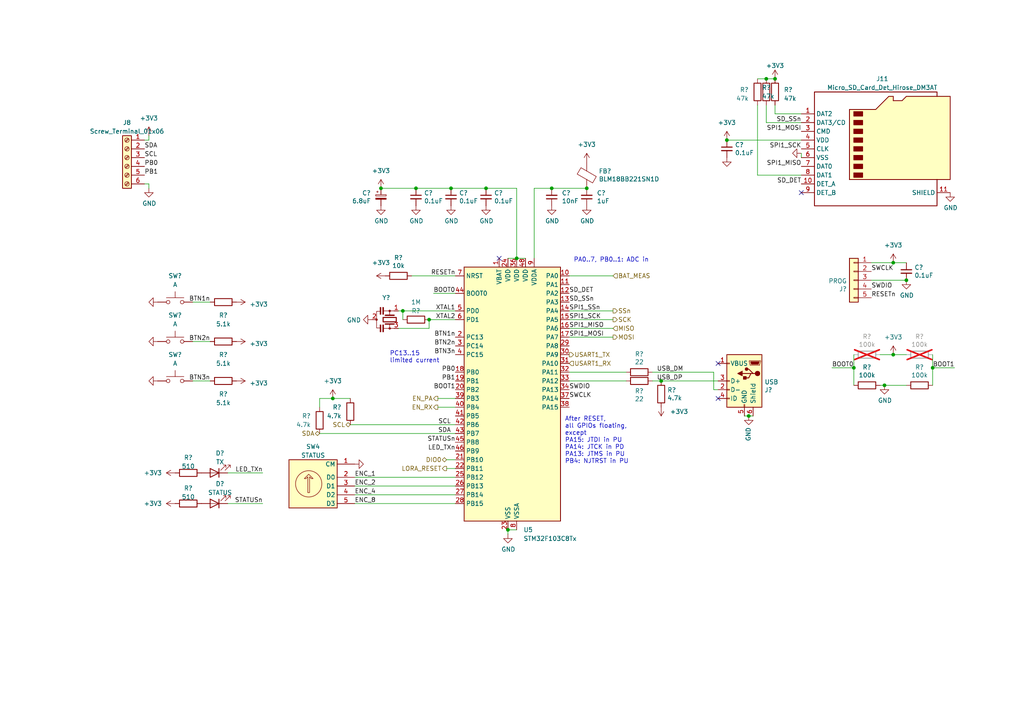
<source format=kicad_sch>
(kicad_sch (version 20230121) (generator eeschema)
  (paper "A4")
  (title_block (title "Hercules") (date "2023-07-26") (rev "0") (company "HB9EGM") (comment 1 "LoRa GNSS Tracker with PA"))
  (lib_symbols
    (symbol "Connector:Micro_SD_Card_Det_Hirose_DM3AT"
      (property "Reference" "J" (at -16.51 17.78 0))
      (property "Value" "Micro_SD_Card_Det_Hirose_DM3AT" (at 16.51 17.78 0))
      (symbol "Micro_SD_Card_Det_Hirose_DM3AT_0_1"
        (rectangle (start -7.62 -6.985) (end -5.08 -8.255) (stroke (width 0.254)) (fill (type outline)))
        (rectangle (start -7.62 -4.445) (end -5.08 -5.715) (stroke (width 0.254)) (fill (type outline)))
        (rectangle (start -7.62 -1.905) (end -5.08 -3.175) (stroke (width 0.254)) (fill (type outline)))
        (rectangle (start -7.62 0.635) (end -5.08 -0.635) (stroke (width 0.254)) (fill (type outline)))
        (rectangle (start -7.62 3.175) (end -5.08 1.905) (stroke (width 0.254)) (fill (type outline)))
        (rectangle (start -7.62 5.715) (end -5.08 4.445) (stroke (width 0.254)) (fill (type outline)))
        (rectangle (start -7.62 8.255) (end -5.08 6.985) (stroke (width 0.254)) (fill (type outline)))
        (rectangle (start -7.62 10.795) (end -5.08 9.525) (stroke (width 0.254)) (fill (type outline)))
        (polyline (pts (xy 16.51 15.24) (xy 16.51 16.51) (xy -19.05 16.51) (xy -19.05 -16.51) (xy 16.51 -16.51) (xy 16.51 -8.89)) (stroke (width 0.254)))
        (polyline (pts (xy -8.89 -8.89) (xy -8.89 11.43) (xy -1.27 11.43) (xy 2.54 15.24) (xy 3.81 15.24) (xy 3.81 13.97) (xy 6.35 13.97) (xy 7.62 15.24) (xy 20.32 15.24) (xy 20.32 -8.89) (xy -8.89 -8.89)) (stroke (width 0.254)) (fill (type background)))
      )
      (symbol "Micro_SD_Card_Det_Hirose_DM3AT_1_1"
        (pin bidirectional line (at -22.86 10.16 0) (length 3.81) (name "DAT2") (number "1"))
        (pin passive line (at -22.86 -10.16 0) (length 3.81) (name "DET_A") (number "10"))
        (pin passive line (at 20.32 -12.7 180) (length 3.81) (name "SHIELD") (number "11"))
        (pin bidirectional line (at -22.86 7.62 0) (length 3.81) (name "DAT3/CD") (number "2"))
        (pin input line (at -22.86 5.08 0) (length 3.81) (name "CMD") (number "3"))
        (pin power_in line (at -22.86 2.54 0) (length 3.81) (name "VDD") (number "4"))
        (pin input line (at -22.86 0 0) (length 3.81) (name "CLK") (number "5"))
        (pin power_in line (at -22.86 -2.54 0) (length 3.81) (name "VSS") (number "6"))
        (pin bidirectional line (at -22.86 -5.08 0) (length 3.81) (name "DAT0") (number "7"))
        (pin bidirectional line (at -22.86 -7.62 0) (length 3.81) (name "DAT1") (number "8"))
        (pin passive line (at -22.86 -12.7 0) (length 3.81) (name "DET_B") (number "9"))
      )
    )
    (symbol "Connector:Screw_Terminal_01x06" (pin_names (offset 1.016) hide)
      (property "Reference" "J" (at 0 7.62 0))
      (property "Value" "Screw_Terminal_01x06" (at 0 -10.16 0))
      (symbol "Screw_Terminal_01x06_1_1"
        (rectangle (start -1.27 6.35) (end 1.27 -8.89) (stroke (width 0.254)) (fill (type background)))
        (circle (center 0 -7.62) (radius 0.635) (stroke (width 0.1524)))
        (circle (center 0 -5.08) (radius 0.635) (stroke (width 0.1524)))
        (circle (center 0 -2.54) (radius 0.635) (stroke (width 0.1524)))
        (polyline (pts (xy -0.5334 -7.2898) (xy 0.3302 -8.128)) (stroke (width 0.1524)))
        (polyline (pts (xy -0.5334 -4.7498) (xy 0.3302 -5.588)) (stroke (width 0.1524)))
        (polyline (pts (xy -0.5334 -2.2098) (xy 0.3302 -3.048)) (stroke (width 0.1524)))
        (polyline (pts (xy -0.5334 0.3302) (xy 0.3302 -0.508)) (stroke (width 0.1524)))
        (polyline (pts (xy -0.5334 2.8702) (xy 0.3302 2.032)) (stroke (width 0.1524)))
        (polyline (pts (xy -0.5334 5.4102) (xy 0.3302 4.572)) (stroke (width 0.1524)))
        (polyline (pts (xy -0.3556 -7.112) (xy 0.508 -7.9502)) (stroke (width 0.1524)))
        (polyline (pts (xy -0.3556 -4.572) (xy 0.508 -5.4102)) (stroke (width 0.1524)))
        (polyline (pts (xy -0.3556 -2.032) (xy 0.508 -2.8702)) (stroke (width 0.1524)))
        (polyline (pts (xy -0.3556 0.508) (xy 0.508 -0.3302)) (stroke (width 0.1524)))
        (polyline (pts (xy -0.3556 3.048) (xy 0.508 2.2098)) (stroke (width 0.1524)))
        (polyline (pts (xy -0.3556 5.588) (xy 0.508 4.7498)) (stroke (width 0.1524)))
        (circle (center 0 0) (radius 0.635) (stroke (width 0.1524)))
        (circle (center 0 2.54) (radius 0.635) (stroke (width 0.1524)))
        (circle (center 0 5.08) (radius 0.635) (stroke (width 0.1524)))
        (pin passive line (at -5.08 5.08 0) (length 3.81) (name "Pin_1") (number "1"))
        (pin passive line (at -5.08 2.54 0) (length 3.81) (name "Pin_2") (number "2"))
        (pin passive line (at -5.08 0 0) (length 3.81) (name "Pin_3") (number "3"))
        (pin passive line (at -5.08 -2.54 0) (length 3.81) (name "Pin_4") (number "4"))
        (pin passive line (at -5.08 -5.08 0) (length 3.81) (name "Pin_5") (number "5"))
        (pin passive line (at -5.08 -7.62 0) (length 3.81) (name "Pin_6") (number "6"))
      )
    )
    (symbol "Connector:USB_B_Micro" (pin_names (offset 1.016))
      (property "Reference" "J" (at -5.08 11.43 0))
      (property "Value" "USB_B_Micro" (at -5.08 8.89 0))
      (symbol "USB_B_Micro_0_1"
        (rectangle (start -5.08 -7.62) (end 5.08 7.62) (stroke (width 0.254)) (fill (type background)))
        (circle (center -3.81 2.159) (radius 0.635) (stroke (width 0.254)) (fill (type outline)))
        (circle (center -0.635 3.429) (radius 0.381) (stroke (width 0.254)) (fill (type outline)))
        (rectangle (start -0.127 -7.62) (end 0.127 -6.858))
        (polyline (pts (xy -1.905 2.159) (xy 0.635 2.159)) (stroke (width 0.254)))
        (polyline (pts (xy -3.175 2.159) (xy -2.54 2.159) (xy -1.27 3.429) (xy -0.635 3.429)) (stroke (width 0.254)))
        (polyline (pts (xy -2.54 2.159) (xy -1.905 2.159) (xy -1.27 0.889) (xy 0 0.889)) (stroke (width 0.254)))
        (polyline (pts (xy 0.635 2.794) (xy 0.635 1.524) (xy 1.905 2.159) (xy 0.635 2.794)) (stroke (width 0.254)) (fill (type outline)))
        (polyline (pts (xy -4.318 5.588) (xy -1.778 5.588) (xy -2.032 4.826) (xy -4.064 4.826) (xy -4.318 5.588)) (fill (type outline)))
        (polyline (pts (xy -4.699 5.842) (xy -4.699 5.588) (xy -4.445 4.826) (xy -4.445 4.572) (xy -1.651 4.572) (xy -1.651 4.826) (xy -1.397 5.588) (xy -1.397 5.842) (xy -4.699 5.842)))
        (rectangle (start 0.254 1.27) (end -0.508 0.508) (stroke (width 0.254)) (fill (type outline)))
        (rectangle (start 5.08 -5.207) (end 4.318 -4.953))
        (rectangle (start 5.08 -2.667) (end 4.318 -2.413))
        (rectangle (start 5.08 -0.127) (end 4.318 0.127))
        (rectangle (start 5.08 4.953) (end 4.318 5.207))
      )
      (symbol "USB_B_Micro_1_1"
        (pin power_out line (at 7.62 5.08 180) (length 2.54) (name "VBUS") (number "1"))
        (pin bidirectional line (at 7.62 -2.54 180) (length 2.54) (name "D-") (number "2"))
        (pin bidirectional line (at 7.62 0 180) (length 2.54) (name "D+") (number "3"))
        (pin passive line (at 7.62 -5.08 180) (length 2.54) (name "ID") (number "4"))
        (pin power_out line (at 0 -10.16 90) (length 2.54) (name "GND") (number "5"))
        (pin passive line (at -2.54 -10.16 90) (length 2.54) (name "Shield") (number "6"))
      )
    )
    (symbol "Connector_Generic:Conn_01x05" (pin_names (offset 1.016) hide)
      (property "Reference" "J" (at 0 7.62 0))
      (property "Value" "Conn_01x05" (at 0 -7.62 0))
      (symbol "Conn_01x05_1_1"
        (rectangle (start -1.27 -4.953) (end 0 -5.207) (stroke (width 0.1524)))
        (rectangle (start -1.27 -2.413) (end 0 -2.667) (stroke (width 0.1524)))
        (rectangle (start -1.27 0.127) (end 0 -0.127) (stroke (width 0.1524)))
        (rectangle (start -1.27 2.667) (end 0 2.413) (stroke (width 0.1524)))
        (rectangle (start -1.27 5.207) (end 0 4.953) (stroke (width 0.1524)))
        (rectangle (start -1.27 6.35) (end 1.27 -6.35) (stroke (width 0.254)) (fill (type background)))
        (pin passive line (at -5.08 5.08 0) (length 3.81) (name "Pin_1") (number "1"))
        (pin passive line (at -5.08 2.54 0) (length 3.81) (name "Pin_2") (number "2"))
        (pin passive line (at -5.08 0 0) (length 3.81) (name "Pin_3") (number "3"))
        (pin passive line (at -5.08 -2.54 0) (length 3.81) (name "Pin_4") (number "4"))
        (pin passive line (at -5.08 -5.08 0) (length 3.81) (name "Pin_5") (number "5"))
      )
    )
    (symbol "Device:C_Polarized_Small" (pin_numbers hide) (pin_names (offset 0.254) hide)
      (property "Reference" "C" (at 0.254 1.778 0))
      (property "Value" "C_Polarized_Small" (at 0.254 -2.032 0))
      (symbol "C_Polarized_Small_0_1"
        (rectangle (start -1.524 -0.3048) (end 1.524 -0.6858) (fill (type outline)))
        (rectangle (start -1.524 0.6858) (end 1.524 0.3048))
        (polyline (pts (xy -1.27 1.524) (xy -0.762 1.524)))
        (polyline (pts (xy -1.016 1.27) (xy -1.016 1.778)))
      )
      (symbol "C_Polarized_Small_1_1"
        (pin passive line (at 0 2.54 270) (length 1.8542) (name "~") (number "1"))
        (pin passive line (at 0 -2.54 90) (length 1.8542) (name "~") (number "2"))
      )
    )
    (symbol "Device:C_Small" (pin_numbers hide) (pin_names (offset 0.254) hide)
      (property "Reference" "C" (at 0.254 1.778 0))
      (property "Value" "C_Small" (at 0.254 -2.032 0))
      (symbol "C_Small_0_1"
        (polyline (pts (xy -1.524 -0.508) (xy 1.524 -0.508)) (stroke (width 0.3302)))
        (polyline (pts (xy -1.524 0.508) (xy 1.524 0.508)) (stroke (width 0.3048)))
      )
      (symbol "C_Small_1_1"
        (pin passive line (at 0 2.54 270) (length 2.032) (name "~") (number "1"))
        (pin passive line (at 0 -2.54 90) (length 2.032) (name "~") (number "2"))
      )
    )
    (symbol "Device:FerriteBead" (pin_numbers hide) (pin_names (offset 0))
      (property "Reference" "FB" (at -3.81 0.635 90))
      (property "Value" "FerriteBead" (at 3.81 0 90))
      (symbol "FerriteBead_0_1"
        (polyline (pts (xy 0 -1.27) (xy 0 -1.2192)))
        (polyline (pts (xy 0 1.27) (xy 0 1.2954)))
        (polyline (pts (xy -2.7686 0.4064) (xy -1.7018 2.2606) (xy 2.7686 -0.3048) (xy 1.6764 -2.159) (xy -2.7686 0.4064)))
      )
      (symbol "FerriteBead_1_1"
        (pin passive line (at 0 3.81 270) (length 2.54) (name "~") (number "1"))
        (pin passive line (at 0 -3.81 90) (length 2.54) (name "~") (number "2"))
      )
    )
    (symbol "Device:LED" (pin_numbers hide) (pin_names (offset 1.016) hide)
      (property "Reference" "D" (at 0 2.54 0))
      (property "Value" "LED" (at 0 -2.54 0))
      (symbol "LED_0_1"
        (polyline (pts (xy -1.27 -1.27) (xy -1.27 1.27)) (stroke (width 0.254)))
        (polyline (pts (xy -1.27 0) (xy 1.27 0)))
        (polyline (pts (xy 1.27 -1.27) (xy 1.27 1.27) (xy -1.27 0) (xy 1.27 -1.27)) (stroke (width 0.254)))
        (polyline (pts (xy -3.048 -0.762) (xy -4.572 -2.286) (xy -3.81 -2.286) (xy -4.572 -2.286) (xy -4.572 -1.524)))
        (polyline (pts (xy -1.778 -0.762) (xy -3.302 -2.286) (xy -2.54 -2.286) (xy -3.302 -2.286) (xy -3.302 -1.524)))
      )
      (symbol "LED_1_1"
        (pin passive line (at -3.81 0 0) (length 2.54) (name "K") (number "1"))
        (pin passive line (at 3.81 0 180) (length 2.54) (name "A") (number "2"))
      )
    )
    (symbol "Device:R" (pin_numbers hide) (pin_names (offset 0))
      (property "Reference" "R" (at 2.032 0 90))
      (property "Value" "R" (at 0 0 90))
      (symbol "R_0_1"
        (rectangle (start -1.016 -2.54) (end 1.016 2.54) (stroke (width 0.254)))
      )
      (symbol "R_1_1"
        (pin passive line (at 0 3.81 270) (length 1.27) (name "~") (number "1"))
        (pin passive line (at 0 -3.81 90) (length 1.27) (name "~") (number "2"))
      )
    )
    (symbol "STM32F103C8Tx_1"
      (property "Reference" "U" (at -12.7 39.37 0))
      (property "Value" "STM32F103C8Tx" (at 10.16 39.37 0))
      (symbol "STM32F103C8Tx_1_0_1"
        (rectangle (start -12.7 -35.56) (end 15.24 38.1) (stroke (width 0.254)) (fill (type background)))
      )
      (symbol "STM32F103C8Tx_1_1_1"
        (pin power_in line (at -2.54 40.64 270) (length 2.54) (name "VBAT") (number "1"))
        (pin bidirectional line (at 17.78 35.56 180) (length 2.54) (name "PA0") (number "10"))
        (pin bidirectional line (at 17.78 33.02 180) (length 2.54) (name "PA1") (number "11"))
        (pin bidirectional line (at 17.78 30.48 180) (length 2.54) (name "PA2") (number "12"))
        (pin bidirectional line (at 17.78 27.94 180) (length 2.54) (name "PA3") (number "13"))
        (pin bidirectional line (at 17.78 25.4 180) (length 2.54) (name "PA4") (number "14"))
        (pin bidirectional line (at 17.78 22.86 180) (length 2.54) (name "PA5") (number "15"))
        (pin bidirectional line (at 17.78 20.32 180) (length 2.54) (name "PA6") (number "16"))
        (pin bidirectional line (at 17.78 17.78 180) (length 2.54) (name "PA7") (number "17"))
        (pin bidirectional line (at -15.24 7.62 0) (length 2.54) (name "PB0") (number "18"))
        (pin bidirectional line (at -15.24 5.08 0) (length 2.54) (name "PB1") (number "19"))
        (pin bidirectional line (at -15.24 17.78 0) (length 2.54) (name "PC13") (number "2"))
        (pin bidirectional line (at -15.24 2.54 0) (length 2.54) (name "PB2") (number "20"))
        (pin bidirectional line (at -15.24 -17.78 0) (length 2.54) (name "PB10") (number "21"))
        (pin bidirectional line (at -15.24 -20.32 0) (length 2.54) (name "PB11") (number "22"))
        (pin power_in line (at 0 -38.1 90) (length 2.54) (name "VSS") (number "23"))
        (pin power_in line (at 0 40.64 270) (length 2.54) (name "VDD") (number "24"))
        (pin bidirectional line (at -15.24 -22.86 0) (length 2.54) (name "PB12") (number "25"))
        (pin bidirectional line (at -15.24 -25.4 0) (length 2.54) (name "PB13") (number "26"))
        (pin bidirectional line (at -15.24 -27.94 0) (length 2.54) (name "PB14") (number "27"))
        (pin bidirectional line (at -15.24 -30.48 0) (length 2.54) (name "PB15") (number "28"))
        (pin bidirectional line (at 17.78 15.24 180) (length 2.54) (name "PA8") (number "29"))
        (pin bidirectional line (at -15.24 15.24 0) (length 2.54) (name "PC14") (number "3"))
        (pin bidirectional line (at 17.78 12.7 180) (length 2.54) (name "PA9") (number "30"))
        (pin bidirectional line (at 17.78 10.16 180) (length 2.54) (name "PA10") (number "31"))
        (pin bidirectional line (at 17.78 7.62 180) (length 2.54) (name "PA11") (number "32"))
        (pin bidirectional line (at 17.78 5.08 180) (length 2.54) (name "PA12") (number "33"))
        (pin bidirectional line (at 17.78 2.54 180) (length 2.54) (name "PA13") (number "34"))
        (pin passive line (at 0 -38.1 90) (length 2.54) hide (name "VSS") (number "35"))
        (pin power_in line (at 2.54 40.64 270) (length 2.54) (name "VDD") (number "36"))
        (pin bidirectional line (at 17.78 0 180) (length 2.54) (name "PA14") (number "37"))
        (pin bidirectional line (at 17.78 -2.54 180) (length 2.54) (name "PA15") (number "38"))
        (pin bidirectional line (at -15.24 0 0) (length 2.54) (name "PB3") (number "39"))
        (pin bidirectional line (at -15.24 12.7 0) (length 2.54) (name "PC15") (number "4"))
        (pin bidirectional line (at -15.24 -2.54 0) (length 2.54) (name "PB4") (number "40"))
        (pin bidirectional line (at -15.24 -5.08 0) (length 2.54) (name "PB5") (number "41"))
        (pin bidirectional line (at -15.24 -7.62 0) (length 2.54) (name "PB6") (number "42"))
        (pin bidirectional line (at -15.24 -10.16 0) (length 2.54) (name "PB7") (number "43"))
        (pin input line (at -15.24 30.48 0) (length 2.54) (name "BOOT0") (number "44"))
        (pin bidirectional line (at -15.24 -12.7 0) (length 2.54) (name "PB8") (number "45"))
        (pin bidirectional line (at -15.24 -15.24 0) (length 2.54) (name "PB9") (number "46"))
        (pin passive line (at 0 -38.1 90) (length 2.54) hide (name "VSS") (number "47"))
        (pin power_in line (at 5.08 40.64 270) (length 2.54) (name "VDD") (number "48"))
        (pin bidirectional line (at -15.24 25.4 0) (length 2.54) (name "PD0") (number "5"))
        (pin bidirectional line (at -15.24 22.86 0) (length 2.54) (name "PD1") (number "6"))
        (pin input line (at -15.24 35.56 0) (length 2.54) (name "NRST") (number "7"))
        (pin power_in line (at 2.54 -38.1 90) (length 2.54) (name "VSSA") (number "8"))
        (pin power_in line (at 7.62 40.64 270) (length 2.54) (name "VDDA") (number "9"))
      )
    )
    (symbol "Switch:SW_Coded"
      (property "Reference" "SW" (at -6.35 8.89 0))
      (property "Value" "SW_Coded" (at -6.35 -7.62 0))
      (symbol "SW_Coded_0_1"
        (circle (center -0.635 0.635) (radius 3.81))
        (polyline (pts (xy -0.889 -1.905) (xy -0.889 2.667) (xy -1.397 2.159) (xy -1.905 2.159) (xy -0.635 3.429) (xy 0.635 2.159) (xy 0.127 2.159) (xy -0.381 2.667) (xy -0.381 -1.905) (xy -0.889 -1.905) (xy -0.889 -1.905)))
        (rectangle (start 7.62 7.62) (end -6.35 -6.35) (stroke (width 0.254)) (fill (type background)))
      )
      (symbol "SW_Coded_1_1"
        (pin passive line (at 12.7 6.35 180) (length 5.08) (name "CM") (number "1"))
        (pin passive line (at 12.7 2.54 180) (length 5.08) (name "D0") (number "2"))
        (pin passive line (at 12.7 0 180) (length 5.08) (name "D1") (number "3"))
        (pin passive line (at 12.7 -2.54 180) (length 5.08) (name "D2") (number "4"))
        (pin passive line (at 12.7 -5.08 180) (length 5.08) (name "D3") (number "5"))
      )
    )
    (symbol "Switch:SW_Push" (pin_numbers hide) (pin_names (offset 1.016) hide)
      (property "Reference" "SW" (at 1.27 2.54 0))
      (property "Value" "SW_Push" (at 0 -1.524 0))
      (symbol "SW_Push_0_1"
        (circle (center -2.032 0) (radius 0.508))
        (polyline (pts (xy 0 1.27) (xy 0 3.048)))
        (polyline (pts (xy 2.54 1.27) (xy -2.54 1.27)))
        (circle (center 2.032 0) (radius 0.508))
        (pin passive line (at -5.08 0 0) (length 2.54) (name "1") (number "1"))
        (pin passive line (at 5.08 0 180) (length 2.54) (name "2") (number "2"))
      )
    )
    (symbol "mpb:CSTNE16M0V530000R0" (pin_names (offset 1.016) hide)
      (property "Reference" "Y" (at 3.175 1.905 0))
      (property "Value" "CSTNE16M0V530000R0" (at 3.175 0 0))
      (symbol "CSTNE16M0V530000R0_0_1"
        (rectangle (start -3.556 -2.54) (end -1.524 -2.794) (fill (type outline)))
        (rectangle (start -3.556 -1.778) (end -1.524 -2.032) (fill (type outline)))
        (circle (center -2.54 0) (radius 0.254) (fill (type outline)))
        (rectangle (start -0.635 1.905) (end 0.635 -1.905) (stroke (width 0.3048)))
        (circle (center 0 -3.81) (radius 0.254) (fill (type outline)))
        (polyline (pts (xy -2.54 -1.778) (xy -2.54 0)))
        (polyline (pts (xy -2.54 0) (xy -1.397 0)))
        (polyline (pts (xy -2.54 1.27) (xy -2.54 0)))
        (polyline (pts (xy -1.27 -1.27) (xy -1.27 1.27)) (stroke (width 0.381)))
        (polyline (pts (xy 1.27 -1.27) (xy 1.27 1.27)) (stroke (width 0.381)))
        (polyline (pts (xy 1.27 0) (xy 2.54 0)))
        (polyline (pts (xy 2.54 0) (xy 2.54 -1.778)))
        (polyline (pts (xy 2.54 1.27) (xy 2.54 0)))
        (polyline (pts (xy 2.413 -2.794) (xy 2.413 -3.81) (xy -2.413 -3.81) (xy -2.413 -2.667)))
        (rectangle (start 1.524 -2.54) (end 3.556 -2.794) (fill (type outline)))
        (rectangle (start 1.524 -1.778) (end 3.556 -2.032) (fill (type outline)))
        (circle (center 2.54 0) (radius 0.254) (fill (type outline)))
      )
      (symbol "CSTNE16M0V530000R0_1_1"
        (pin passive line (at -2.54 2.54 270) (length 1.27) (name "1") (number "1"))
        (pin passive line (at 0 -5.08 90) (length 1.27) (name "2") (number "2"))
        (pin passive line (at 2.54 2.54 270) (length 1.27) (name "3") (number "3"))
      )
    )
    (symbol "power:+3V3" (power) (pin_names (offset 0))
      (property "Value" "+3V3" (at 0 3.556 0))
      (symbol "+3V3_0_1"
        (polyline (pts (xy -0.762 1.27) (xy 0 2.54)))
        (polyline (pts (xy 0 0) (xy 0 2.54)))
        (polyline (pts (xy 0 2.54) (xy 0.762 1.27)))
      )
      (symbol "+3V3_1_1"
        (pin power_in line (at 0 0 90) (length 0) hide (name "+3V3") (number "1"))
      )
    )
    (symbol "power:GND" (power) (pin_names (offset 0))
      (property "Value" "GND" (at 0 -3.81 0))
      (symbol "GND_0_1"
        (polyline (pts (xy 0 0) (xy 0 -1.27) (xy 1.27 -1.27) (xy 0 -2.54) (xy -1.27 -1.27) (xy 0 -1.27)))
      )
      (symbol "GND_1_1"
        (pin power_in line (at 0 0 270) (length 0) hide (name "GND") (number "1"))
      )
    )
  )
  (junction (at 224.79 22.86))
  (junction (at 222.25 22.86))
  (junction (at 116.84 90.17))
  (junction (at 140.97 54.61))
  (junction (at 160.02 54.61))
  (junction (at 96.52 115.57))
  (junction (at 262.89 81.28))
  (junction (at 247.65 106.68))
  (junction (at 191.77 110.49))
  (junction (at 210.82 40.64))
  (junction (at 217.17 120.65))
  (junction (at 130.81 54.61))
  (junction (at 256.54 111.76))
  (junction (at 147.32 153.67))
  (junction (at 120.65 54.61))
  (junction (at 110.49 54.61))
  (junction (at 259.08 76.2))
  (junction (at 149.86 74.93))
  (junction (at 170.18 54.61))
  (junction (at 270.51 106.68))
  (junction (at 259.08 102.87))
  (junction (at 124.46 92.71))
  (no_connect (at 208.28 105.41))
  (no_connect (at 208.28 115.57))
  (no_connect (at 144.78 74.93))
  (no_connect (at 232.41 55.88))
  (wire (pts (xy 165.1 92.71) (xy 177.8 92.71)))
  (wire (pts (xy 110.49 54.61) (xy 120.65 54.61)))
  (wire (pts (xy 66.04 137.16) (xy 76.2 137.16)))
  (wire (pts (xy 270.51 102.87) (xy 270.51 106.68)))
  (wire (pts (xy 119.38 80.01) (xy 132.08 80.01)))
  (wire (pts (xy 232.41 44.45) (xy 232.41 45.72)))
  (wire (pts (xy 147.32 154.94) (xy 147.32 153.67)))
  (wire (pts (xy 154.94 54.61) (xy 160.02 54.61)))
  (wire (pts (xy 116.84 90.17) (xy 115.57 90.17)))
  (wire (pts (xy 256.54 111.76) (xy 262.89 111.76)))
  (wire (pts (xy 132.08 90.17) (xy 116.84 90.17)))
  (wire (pts (xy 219.71 30.48) (xy 219.71 50.8)))
  (wire (pts (xy 219.71 22.86) (xy 222.25 22.86)))
  (wire (pts (xy 102.87 138.43) (xy 132.08 138.43)))
  (wire (pts (xy 124.46 95.25) (xy 115.57 95.25)))
  (wire (pts (xy 129.54 133.35) (xy 132.08 133.35)))
  (wire (pts (xy 154.94 54.61) (xy 154.94 74.93)))
  (wire (pts (xy 92.71 118.11) (xy 92.71 115.57)))
  (wire (pts (xy 252.73 81.28) (xy 262.89 81.28)))
  (wire (pts (xy 259.08 102.87) (xy 262.89 102.87)))
  (wire (pts (xy 270.51 106.68) (xy 270.51 111.76)))
  (wire (pts (xy 189.23 110.49) (xy 191.77 110.49)))
  (wire (pts (xy 92.71 125.73) (xy 132.08 125.73)))
  (wire (pts (xy 55.88 110.49) (xy 60.96 110.49)))
  (wire (pts (xy 43.18 40.64) (xy 43.18 39.37)))
  (wire (pts (xy 247.65 102.87) (xy 247.65 106.68)))
  (wire (pts (xy 129.54 135.89) (xy 132.08 135.89)))
  (wire (pts (xy 222.25 22.86) (xy 224.79 22.86)))
  (wire (pts (xy 124.46 95.25) (xy 124.46 92.71)))
  (wire (pts (xy 241.3 106.68) (xy 247.65 106.68)))
  (wire (pts (xy 125.73 85.09) (xy 132.08 85.09)))
  (wire (pts (xy 152.4 74.93) (xy 149.86 74.93)))
  (wire (pts (xy 66.04 146.05) (xy 76.2 146.05)))
  (wire (pts (xy 130.81 54.61) (xy 140.97 54.61)))
  (wire (pts (xy 124.46 92.71) (xy 132.08 92.71)))
  (wire (pts (xy 255.27 102.87) (xy 259.08 102.87)))
  (wire (pts (xy 165.1 97.79) (xy 177.8 97.79)))
  (wire (pts (xy 43.18 53.34) (xy 41.91 53.34)))
  (wire (pts (xy 255.27 111.76) (xy 256.54 111.76)))
  (wire (pts (xy 247.65 106.68) (xy 247.65 111.76)))
  (wire (pts (xy 147.32 153.67) (xy 149.86 153.67)))
  (wire (pts (xy 127 118.11) (xy 132.08 118.11)))
  (wire (pts (xy 207.01 113.03) (xy 207.01 107.95)))
  (wire (pts (xy 218.44 120.65) (xy 217.17 120.65)))
  (wire (pts (xy 259.08 76.2) (xy 262.89 76.2)))
  (wire (pts (xy 102.87 146.05) (xy 132.08 146.05)))
  (wire (pts (xy 222.25 35.56) (xy 232.41 35.56)))
  (wire (pts (xy 149.86 54.61) (xy 149.86 74.93)))
  (wire (pts (xy 219.71 50.8) (xy 232.41 50.8)))
  (wire (pts (xy 270.51 106.68) (xy 276.86 106.68)))
  (wire (pts (xy 165.1 90.17) (xy 177.8 90.17)))
  (wire (pts (xy 140.97 54.61) (xy 149.86 54.61)))
  (wire (pts (xy 191.77 110.49) (xy 208.28 110.49)))
  (wire (pts (xy 43.18 54.61) (xy 43.18 53.34)))
  (wire (pts (xy 127 115.57) (xy 132.08 115.57)))
  (wire (pts (xy 224.79 33.02) (xy 224.79 30.48)))
  (wire (pts (xy 222.25 30.48) (xy 222.25 35.56)))
  (wire (pts (xy 120.65 54.61) (xy 130.81 54.61)))
  (wire (pts (xy 102.87 140.97) (xy 132.08 140.97)))
  (wire (pts (xy 92.71 115.57) (xy 96.52 115.57)))
  (wire (pts (xy 252.73 76.2) (xy 259.08 76.2)))
  (wire (pts (xy 165.1 95.25) (xy 177.8 95.25)))
  (wire (pts (xy 232.41 33.02) (xy 224.79 33.02)))
  (wire (pts (xy 116.84 92.71) (xy 116.84 90.17)))
  (wire (pts (xy 215.9 120.65) (xy 217.17 120.65)))
  (wire (pts (xy 55.88 87.63) (xy 60.96 87.63)))
  (wire (pts (xy 101.6 123.19) (xy 132.08 123.19)))
  (wire (pts (xy 210.82 40.64) (xy 232.41 40.64)))
  (wire (pts (xy 165.1 107.95) (xy 181.61 107.95)))
  (wire (pts (xy 41.91 40.64) (xy 43.18 40.64)))
  (wire (pts (xy 165.1 110.49) (xy 181.61 110.49)))
  (wire (pts (xy 55.88 99.06) (xy 60.96 99.06)))
  (wire (pts (xy 207.01 107.95) (xy 189.23 107.95)))
  (wire (pts (xy 149.86 74.93) (xy 147.32 74.93)))
  (wire (pts (xy 96.52 115.57) (xy 101.6 115.57)))
  (wire (pts (xy 160.02 54.61) (xy 170.18 54.61)))
  (wire (pts (xy 177.8 80.01) (xy 165.1 80.01)))
  (wire (pts (xy 207.01 113.03) (xy 208.28 113.03)))
  (wire (pts (xy 102.87 143.51) (xy 132.08 143.51)))
  (text "PA0..7, PB0..1: ADC in" (at 166.37 76.2 0) (effects (font (size 1.27 1.27)) (justify left bottom)))
  (text "PC13..15\nlimited current" (at 113.03 105.41 0) (effects (font (size 1.27 1.27)) (justify left bottom)))
  (text "After RESET,\nall GPIOs floating,\nexcept\nPA15: JTDI in PU\nPA14: JTCK in PD\nPA13: JTMS in PU\nPB4: NJTRST in PU" (at 163.83 134.62 0) (effects (font (size 1.27 1.27)) (justify left bottom)))
  (label "BTN1n" (at 132.08 97.79 180))
  (label "SD_SSn" (at 165.1 87.63 0))
  (label "SDA" (at 130.81 125.73 180))
  (label "BOOT1" (at 132.08 113.03 180))
  (label "BTN2n" (at 60.96 99.06 180))
  (label "BTN2n" (at 132.08 100.33 180))
  (label "STATUSn" (at 132.08 128.27 180))
  (label "PB1" (at 41.91 50.8 0))
  (label "SD_DET" (at 232.41 53.34 180))
  (label "SPI1_MISO" (at 165.1 95.25 0))
  (label "SCL" (at 130.81 123.19 180))
  (label "ENC_2" (at 102.87 140.97 0))
  (label "SWDIO" (at 252.73 83.82 0))
  (label "XTAL2" (at 132.08 92.71 180))
  (label "LED_TXn" (at 132.08 130.81 180))
  (label "BOOT0" (at 125.73 85.09 0))
  (label "BTN3n" (at 60.96 110.49 180))
  (label "SD_DET" (at 165.1 85.09 0))
  (label "SWDIO" (at 165.1 113.03 0))
  (label "SCL" (at 41.91 45.72 0))
  (label "USB_DM" (at 190.5 107.95 0))
  (label "SWCLK" (at 252.73 78.74 0))
  (label "PB0" (at 132.08 107.95 180))
  (label "SWCLK" (at 165.1 115.57 0))
  (label "ENC_8" (at 102.87 146.05 0))
  (label "SD_SSn" (at 232.41 35.56 180))
  (label "SPI1_MOSI" (at 165.1 97.79 0))
  (label "PB1" (at 132.08 110.49 180))
  (label "RESETn" (at 252.73 86.36 0))
  (label "SPI1_SSn" (at 165.1 90.17 0))
  (label "PB0" (at 41.91 48.26 0))
  (label "BOOT1" (at 276.86 106.68 180))
  (label "SPI1_SCK" (at 232.41 43.18 180))
  (label "LED_TXn" (at 76.2 137.16 180))
  (label "ENC_1" (at 102.87 138.43 0))
  (label "STATUSn" (at 76.2 146.05 180))
  (label "BOOT0" (at 241.3 106.68 0))
  (label "SPI1_SCK" (at 165.1 92.71 0))
  (label "BTN1n" (at 60.96 87.63 180))
  (label "ENC_4" (at 102.87 143.51 0))
  (label "BTN3n" (at 132.08 102.87 180))
  (label "USB_DP" (at 190.5 110.49 0))
  (label "SDA" (at 41.91 43.18 0))
  (label "SPI1_MISO" (at 232.41 48.26 180))
  (label "SPI1_MOSI" (at 232.41 38.1 180))
  (label "XTAL1" (at 132.08 90.17 180))
  (label "RESETn" (at 132.08 80.01 180))
  (hierarchical_label "USART1_RX" (shape input) (at 165.1 105.41 0))
  (hierarchical_label "SSn" (shape output) (at 177.8 90.17 0))
  (hierarchical_label "SCK" (shape output) (at 177.8 92.71 0))
  (hierarchical_label "LORA_RESET" (shape output) (at 129.54 135.89 180))
  (hierarchical_label "EN_PA" (shape output) (at 127 115.57 180))
  (hierarchical_label "MOSI" (shape output) (at 177.8 97.79 0))
  (hierarchical_label "MISO" (shape input) (at 177.8 95.25 0))
  (hierarchical_label "BAT_MEAS" (shape input) (at 177.8 80.01 0))
  (hierarchical_label "USART1_TX" (shape output) (at 165.1 102.87 0))
  (hierarchical_label "DIO0" (shape bidirectional) (at 129.54 133.35 180))
  (hierarchical_label "SDA" (shape bidirectional) (at 92.71 125.73 180))
  (hierarchical_label "SCL" (shape bidirectional) (at 101.6 123.19 180))
  (hierarchical_label "EN_RX" (shape output) (at 127 118.11 180))
  (symbol (lib_id "power:+3V3") (at 96.52 115.57 0) (unit 1)
    (property "Reference" "#PWR?" (effects hide))
    (property "Value" "+3V3" (at 96.52 110.49 0))
    (instances (project "kicad-dart-70" (path "" (reference "#PWR?") (unit 1))) (project "tracker-kicad" (path "" (reference "#PWR058") (unit 1))))
  )
  (symbol (lib_id "Switch:SW_Push") (at 50.8 110.49 0) (unit 1)
    (property "Reference" "SW?" (at 50.8 102.87 0))
    (property "Value" "A" (at 50.8 105.41 0))
    (property "Footprint" "Button_Switch_THT:SW_PUSH_6mm" (effects hide))
    (property "MPN" "FSM8JH" (effects hide))
    (property "Need_order" "0" (effects hide))
    (instances (project "kicad-dart-70" (path "" (reference "SW?") (unit 1))) (project "tracker-kicad" (path "" (reference "SW3") (unit 1))))
  )
  (symbol (lib_id "Device:C_Small") (at 120.65 57.15 0) (unit 1)
    (property "Reference" "C?" (at 122.9868 55.9816 0) (effects (justify left)))
    (property "Value" "0.1uF" (at 122.9868 58.293 0) (effects (justify left)))
    (property "Footprint" "Capacitor_SMD:C_0603_1608Metric_Pad1.08x0.95mm_HandSolder" (effects hide))
    (property "MPN" "GRM188R71H104KA93D" (effects hide))
    (property "Need_order" "0" (effects hide))
    (instances (project "kicad-dart-70" (path "" (reference "C?") (unit 1))) (project "tracker-kicad" (path "" (reference "C29") (unit 1))))
  )
  (symbol (lib_id "power:GND") (at 232.41 44.45 270) (unit 1)
    (property "Reference" "#PWR?" (effects hide))
    (property "Value" "GND" (effects hide))
    (instances (project "kicad-dart-70" (path "" (reference "#PWR?") (unit 1))) (project "tracker-kicad" (path "" (reference "#PWR075") (unit 1))))
  )
  (symbol (lib_id "Device:R") (at 92.71 121.92 0) (unit 1)
    (property "Reference" "R?" (at 90.17 120.6499 0) (effects (justify right)))
    (property "Value" "4.7k" (at 90.17 123.1899 0) (effects (justify right)))
    (property "Footprint" "Resistor_SMD:R_0603_1608Metric_Pad0.98x0.95mm_HandSolder" (effects hide))
    (property "Need_order" "0" (effects hide))
    (instances (project "kicad-dart-70" (path "" (reference "R?") (unit 1))) (project "tracker-kicad" (path "" (reference "R31") (unit 1))))
  )
  (symbol (lib_id "Device:R") (at 185.42 110.49 270) (unit 1)
    (property "Reference" "R?" (at 185.42 113.411 90))
    (property "Value" "22" (at 185.42 115.7224 90))
    (property "Footprint" "Resistor_SMD:R_0603_1608Metric_Pad0.98x0.95mm_HandSolder" (effects hide))
    (property "Need_order" "0" (effects hide))
    (instances (project "kicad-dart-70" (path "" (reference "R?") (unit 1))) (project "tracker-kicad" (path "" (reference "R36") (unit 1))))
  )
  (symbol (lib_id "power:+3V3") (at 68.58 87.63 270) (unit 1)
    (property "Reference" "#PWR?" (effects hide))
    (property "Value" "+3V3" (at 72.39 88.265 90) (effects (justify left)))
    (instances (project "kicad-dart-70" (path "" (reference "#PWR?") (unit 1))) (project "tracker-kicad" (path "" (reference "#PWR055") (unit 1))))
  )
  (symbol (lib_id "Device:C_Polarized_Small") (at 110.49 57.15 0) (unit 1)
    (property "Reference" "C?" (at 107.5944 55.9816 0) (effects (justify right)))
    (property "Value" "6.8uF" (at 107.5944 58.293 0) (effects (justify right)))
    (property "Footprint" "Capacitor_SMD:C_1210_3225Metric_Pad1.33x2.70mm_HandSolder" (effects hide))
    (property "MPN" "stash tantalum" (effects hide))
    (property "Need_order" "0" (effects hide))
    (instances (project "kicad-dart-70" (path "" (reference "C?") (unit 1))) (project "tracker-kicad" (path "" (reference "C28") (unit 1))))
  )
  (symbol (lib_id "power:GND") (at 160.02 59.69 0) (unit 1)
    (property "Reference" "#PWR?" (effects hide))
    (property "Value" "GND" (at 160.147 64.0842 0))
    (instances (project "kicad-dart-70" (path "" (reference "#PWR?") (unit 1))) (project "tracker-kicad" (path "" (reference "#PWR068") (unit 1))))
  )
  (symbol (lib_id "power:GND") (at 256.54 111.76 0) (unit 1)
    (property "Reference" "#PWR?" (effects hide))
    (property "Value" "GND" (at 256.667 116.1542 0))
    (instances (project "kicad-dart-70" (path "" (reference "#PWR?") (unit 1))) (project "tracker-kicad" (path "" (reference "#PWR076") (unit 1))))
  )
  (symbol (lib_id "Connector:Screw_Terminal_01x06") (at 36.83 45.72 0) (mirror y) (unit 1)
    (property "Reference" "J8" (at 36.83 35.56 0))
    (property "Value" "Screw_Terminal_01x06" (at 36.83 38.1 0))
    (property "Footprint" "Connector_PinHeader_2.54mm:PinHeader_1x06_P2.54mm_Vertical" (effects hide))
  )
  (symbol (lib_id "Device:R") (at 266.7 102.87 90) (unit 1) (dnp yes)
    (property "Reference" "R?" (at 266.7 97.6122 90))
    (property "Value" "100k" (at 266.7 99.9236 90))
    (property "Footprint" "Resistor_SMD:R_0603_1608Metric_Pad0.98x0.95mm_HandSolder" (effects hide))
    (property "Need_order" "0" (effects hide))
    (instances (project "kicad-dart-70" (path "" (reference "R?") (unit 1))) (project "tracker-kicad" (path "" (reference "R43") (unit 1))))
  )
  (symbol (lib_id "power:+3V3") (at 111.76 80.01 90) (unit 1)
    (property "Reference" "#PWR?" (effects hide))
    (property "Value" "+3V3" (at 110.49 76.2 90))
    (instances (project "kicad-dart-70" (path "" (reference "#PWR?") (unit 1))) (project "tracker-kicad" (path "" (reference "#PWR063") (unit 1))))
  )
  (symbol (lib_id "Device:C_Small") (at 170.18 57.15 180) (unit 1)
    (property "Reference" "C?" (at 173.101 55.9816 0) (effects (justify right)))
    (property "Value" "1uF" (at 173.101 58.293 0) (effects (justify right)))
    (property "Footprint" "Capacitor_SMD:C_0805_2012Metric_Pad1.18x1.45mm_HandSolder" (effects hide))
    (property "MPN" "08055C105JAT2A" (effects hide))
    (property "Need_order" "0" (effects hide))
    (instances (project "kicad-dart-70" (path "" (reference "C?") (unit 1))) (project "tracker-kicad" (path "" (reference "C33") (unit 1))))
  )
  (symbol (lib_id "Switch:SW_Coded") (at 90.17 140.97 0) (unit 1)
    (property "Reference" "SW4" (at 90.805 129.54 0))
    (property "Value" "STATUS" (at 90.805 132.08 0))
    (property "Footprint" "mpb:Series_221AM_RotaryDIPSwitch" (effects hide))
    (property "Datasheet" "/home/bram/Sync/Doc/Datasheet/221AMC rotary dip switch.pdf" (effects hide))
    (property "MPN" "221AMC10R " (effects hide))
    (property "Need_order" "1" (effects hide))
  )
  (symbol (lib_id "Device:R") (at 222.25 26.67 180) (unit 1)
    (property "Reference" "R?" (at 220.98 25.4 0) (effects (justify right)))
    (property "Value" "47k" (at 220.98 27.94 0) (effects (justify right)))
    (property "Footprint" "Resistor_SMD:R_0603_1608Metric_Pad0.98x0.95mm_HandSolder" (effects hide))
    (property "Need_order" "0" (effects hide))
    (instances (project "kicad-dart-70" (path "" (reference "R?") (unit 1))) (project "tracker-kicad" (path "" (reference "R39") (unit 1))))
  )
  (symbol (lib_id "power:GND") (at 147.32 154.94 0) (unit 1)
    (property "Reference" "#PWR?" (effects hide))
    (property "Value" "GND" (at 147.447 159.3342 0))
    (instances (project "kicad-dart-70" (path "" (reference "#PWR?") (unit 1))) (project "tracker-kicad" (path "" (reference "#PWR067") (unit 1))))
  )
  (symbol (lib_id "Device:R") (at 64.77 87.63 90) (unit 1)
    (property "Reference" "R?" (at 64.77 91.44 90))
    (property "Value" "5.1k" (at 64.77 93.98 90))
    (property "Footprint" "Resistor_SMD:R_0603_1608Metric_Pad0.98x0.95mm_HandSolder" (effects hide))
    (property "Need_order" "0" (effects hide))
    (instances (project "kicad-dart-70" (path "" (reference "R?") (unit 1))) (project "tracker-kicad" (path "" (reference "R28") (unit 1))))
  )
  (symbol (lib_id "power:GND") (at 45.72 87.63 270) (unit 1)
    (property "Reference" "#PWR?" (effects hide))
    (property "Value" "GND" (effects hide))
    (instances (project "kicad-dart-70" (path "" (reference "#PWR?") (unit 1))) (project "tracker-kicad" (path "" (reference "#PWR050") (unit 1))))
  )
  (symbol (lib_id "power:+3V3") (at 110.49 54.61 0) (unit 1)
    (property "Reference" "#PWR?" (effects hide))
    (property "Value" "+3V3" (at 110.49 49.53 0))
    (instances (project "kicad-dart-70" (path "" (reference "#PWR?") (unit 1))) (project "tracker-kicad" (path "" (reference "#PWR061") (unit 1))))
  )
  (symbol (lib_id "Device:R") (at 64.77 110.49 90) (unit 1)
    (property "Reference" "R?" (at 64.77 114.3 90))
    (property "Value" "5.1k" (at 64.77 116.84 90))
    (property "Footprint" "Resistor_SMD:R_0603_1608Metric_Pad0.98x0.95mm_HandSolder" (effects hide))
    (property "Need_order" "0" (effects hide))
    (instances (project "kicad-dart-70" (path "" (reference "R?") (unit 1))) (project "tracker-kicad" (path "" (reference "R30") (unit 1))))
  )
  (symbol (lib_id "Device:R") (at 101.6 119.38 0) (unit 1)
    (property "Reference" "R?" (at 99.06 118.1099 0) (effects (justify right)))
    (property "Value" "4.7k" (at 99.06 120.6499 0) (effects (justify right)))
    (property "Footprint" "Resistor_SMD:R_0603_1608Metric_Pad0.98x0.95mm_HandSolder" (effects hide))
    (property "Need_order" "0" (effects hide))
    (instances (project "kicad-dart-70" (path "" (reference "R?") (unit 1))) (project "tracker-kicad" (path "" (reference "R32") (unit 1))))
  )
  (symbol (lib_id "Device:C_Small") (at 160.02 57.15 180) (unit 1)
    (property "Reference" "C?" (at 162.941 55.9816 0) (effects (justify right)))
    (property "Value" "10nF" (at 162.941 58.293 0) (effects (justify right)))
    (property "Footprint" "Capacitor_SMD:C_0805_2012Metric_Pad1.18x1.45mm_HandSolder" (effects hide))
    (property "MPN" "VJ0805A103KXJTBC" (effects hide))
    (property "Need_order" "0" (effects hide))
    (instances (project "kicad-dart-70" (path "" (reference "C?") (unit 1))) (project "tracker-kicad" (path "" (reference "C32") (unit 1))))
  )
  (symbol (lib_id "power:GND") (at 262.89 81.28 0) (unit 1)
    (property "Reference" "#PWR?" (effects hide))
    (property "Value" "GND" (at 263.017 85.6742 0))
    (instances (project "kicad-dart-70" (path "" (reference "#PWR?") (unit 1))) (project "tracker-kicad" (path "" (reference "#PWR079") (unit 1))))
  )
  (symbol (lib_id "power:+3V3") (at 224.79 22.86 0) (unit 1)
    (property "Reference" "#PWR?" (effects hide))
    (property "Value" "+3V3" (at 224.79 19.05 0))
    (instances (project "kicad-dart-70" (path "" (reference "#PWR?") (unit 1))) (project "tracker-kicad" (path "" (reference "#PWR073") (unit 1))))
  )
  (symbol (lib_name "STM32F103C8Tx_1") (lib_id "MCU_ST_STM32F1:STM32F103C8Tx") (at 147.32 115.57 0) (unit 1)
    (property "Reference" "U5" (at 151.8159 153.67 0) (effects (justify left)))
    (property "Value" "STM32F103C8Tx" (at 151.8159 156.21 0) (effects (justify left)))
    (property "Footprint" "Package_QFP:LQFP-48_7x7mm_P0.5mm" (effects hide))
    (property "Datasheet" "https://www.st.com/resource/en/datasheet/stm32f103c8.pdf" (effects hide))
  )
  (symbol (lib_id "Device:C_Small") (at 262.89 78.74 0) (unit 1)
    (property "Reference" "C?" (at 265.2268 77.5716 0) (effects (justify left)))
    (property "Value" "0.1uF" (at 265.2268 79.883 0) (effects (justify left)))
    (property "Footprint" "Capacitor_SMD:C_0603_1608Metric_Pad1.08x0.95mm_HandSolder" (effects hide))
    (property "MPN" "GRM188R71H104KA93D" (effects hide))
    (property "Need_order" "0" (effects hide))
    (instances (project "kicad-dart-70" (path "" (reference "C?") (unit 1))) (project "tracker-kicad" (path "" (reference "C34") (unit 1))))
  )
  (symbol (lib_id "Switch:SW_Push") (at 50.8 99.06 0) (unit 1)
    (property "Reference" "SW?" (at 50.8 91.44 0))
    (property "Value" "A" (at 50.8 93.98 0))
    (property "Footprint" "Button_Switch_THT:SW_PUSH_6mm" (effects hide))
    (property "MPN" "FSM8JH" (effects hide))
    (property "Need_order" "0" (effects hide))
    (instances (project "kicad-dart-70" (path "" (reference "SW?") (unit 1))) (project "tracker-kicad" (path "" (reference "SW2") (unit 1))))
  )
  (symbol (lib_id "Device:R") (at 219.71 26.67 180) (unit 1)
    (property "Reference" "R?" (at 217.17 26.035 0) (effects (justify left)))
    (property "Value" "47k" (at 217.17 28.575 0) (effects (justify left)))
    (property "Footprint" "Resistor_SMD:R_0603_1608Metric_Pad0.98x0.95mm_HandSolder" (effects hide))
    (property "Need_order" "0" (effects hide))
    (instances (project "kicad-dart-70" (path "" (reference "R?") (unit 1))) (project "tracker-kicad" (path "" (reference "R38") (unit 1))))
  )
  (symbol (lib_id "power:+3V3") (at 259.08 102.87 0) (unit 1)
    (property "Reference" "#PWR?" (effects hide))
    (property "Value" "+3V3" (at 259.08 97.79 0))
    (instances (project "kicad-dart-70" (path "" (reference "#PWR?") (unit 1))) (project "tracker-kicad" (path "" (reference "#PWR078") (unit 1))))
  )
  (symbol (lib_id "power:+3V3") (at 68.58 110.49 270) (unit 1)
    (property "Reference" "#PWR?" (effects hide))
    (property "Value" "+3V3" (at 72.39 111.125 90) (effects (justify left)))
    (instances (project "kicad-dart-70" (path "" (reference "#PWR?") (unit 1))) (project "tracker-kicad" (path "" (reference "#PWR057") (unit 1))))
  )
  (symbol (lib_id "power:+3V3") (at 170.18 46.99 0) (unit 1)
    (property "Reference" "#PWR?" (effects hide))
    (property "Value" "+3V3" (at 170.18 41.91 0))
    (instances (project "kicad-dart-70" (path "" (reference "#PWR?") (unit 1))) (project "tracker-kicad" (path "" (reference "#PWR069") (unit 1))))
  )
  (symbol (lib_id "power:GND") (at 217.17 120.65 0) (mirror y) (unit 1)
    (property "Reference" "#PWR?" (effects hide))
    (property "Value" "GND" (at 217.043 123.9012 90) (effects (justify right)))
    (instances (project "kicad-dart-70" (path "" (reference "#PWR?") (unit 1))) (project "tracker-kicad" (path "" (reference "#PWR072") (unit 1))))
  )
  (symbol (lib_id "Device:R") (at 191.77 114.3 180) (unit 1)
    (property "Reference" "R?" (at 193.548 113.1316 0) (effects (justify right)))
    (property "Value" "4.7k" (at 193.548 115.443 0) (effects (justify right)))
    (property "Footprint" "Resistor_SMD:R_0603_1608Metric_Pad0.98x0.95mm_HandSolder" (effects hide))
    (property "Need_order" "0" (effects hide))
    (instances (project "kicad-dart-70" (path "" (reference "R?") (unit 1))) (project "tracker-kicad" (path "" (reference "R37") (unit 1))))
  )
  (symbol (lib_id "Device:R") (at 251.46 102.87 270) (unit 1) (dnp yes)
    (property "Reference" "R?" (at 251.46 97.6122 90))
    (property "Value" "100k" (at 251.46 99.9236 90))
    (property "Footprint" "Resistor_SMD:R_0603_1608Metric_Pad0.98x0.95mm_HandSolder" (effects hide))
    (property "Need_order" "0" (effects hide))
    (instances (project "kicad-dart-70" (path "" (reference "R?") (unit 1))) (project "tracker-kicad" (path "" (reference "R41") (unit 1))))
  )
  (symbol (lib_id "power:GND") (at 45.72 99.06 270) (unit 1)
    (property "Reference" "#PWR?" (effects hide))
    (property "Value" "GND" (effects hide))
    (instances (project "kicad-dart-70" (path "" (reference "#PWR?") (unit 1))) (project "tracker-kicad" (path "" (reference "#PWR051") (unit 1))))
  )
  (symbol (lib_id "Device:LED") (at 62.23 146.05 180) (unit 1)
    (property "Reference" "D?" (at 63.8175 140.335 0))
    (property "Value" "STATUS" (at 63.8175 142.875 0))
    (property "Footprint" "LED_THT:LED_D5.0mm" (effects hide))
    (property "Need_order" "0" (effects hide))
    (instances (project "kicad-eval-clock" (path "" (reference "D?") (unit 1))) (project "tracker-kicad" (path "" (reference "D8") (unit 1))))
  )
  (symbol (lib_id "power:GND") (at 110.49 59.69 0) (unit 1)
    (property "Reference" "#PWR?" (effects hide))
    (property "Value" "GND" (at 110.617 64.0842 0))
    (instances (project "kicad-dart-70" (path "" (reference "#PWR?") (unit 1))) (project "tracker-kicad" (path "" (reference "#PWR062") (unit 1))))
  )
  (symbol (lib_id "power:GND") (at 43.18 54.61 0) (unit 1)
    (property "Reference" "#PWR?" (effects hide))
    (property "Value" "GND" (at 43.307 59.0042 0))
    (instances (project "kicad-dart-70" (path "" (reference "#PWR?") (unit 1))) (project "tracker-kicad" (path "" (reference "#PWR049") (unit 1))))
  )
  (symbol (lib_id "Device:R") (at 120.65 92.71 90) (unit 1)
    (property "Reference" "R?" (at 120.65 90.17 90))
    (property "Value" "1M" (at 120.65 87.63 90))
    (property "Footprint" "Resistor_SMD:R_0603_1608Metric_Pad0.98x0.95mm_HandSolder" (effects hide))
    (property "Need_order" "0" (effects hide))
    (instances (project "kicad-dart-70" (path "" (reference "R?") (unit 1))) (project "tracker-kicad" (path "" (reference "R34") (unit 1))))
  )
  (symbol (lib_id "power:+3V3") (at 68.58 99.06 270) (unit 1)
    (property "Reference" "#PWR?" (effects hide))
    (property "Value" "+3V3" (at 72.39 99.695 90) (effects (justify left)))
    (instances (project "kicad-dart-70" (path "" (reference "#PWR?") (unit 1))) (project "tracker-kicad" (path "" (reference "#PWR056") (unit 1))))
  )
  (symbol (lib_id "Device:R") (at 54.61 146.05 90) (unit 1)
    (property "Reference" "R?" (at 54.61 141.605 90))
    (property "Value" "510" (at 54.61 144.145 90))
    (property "Footprint" "Resistor_SMD:R_0603_1608Metric_Pad0.98x0.95mm_HandSolder" (effects hide))
    (property "Need_order" "0" (effects hide))
    (instances (project "kicad-eval-clock" (path "" (reference "R?") (unit 1))) (project "tracker-kicad" (path "" (reference "R27") (unit 1))))
  )
  (symbol (lib_id "Device:R") (at 251.46 111.76 270) (unit 1)
    (property "Reference" "R?" (at 251.46 106.5022 90))
    (property "Value" "100k" (at 251.46 108.8136 90))
    (property "Footprint" "Resistor_SMD:R_0603_1608Metric_Pad0.98x0.95mm_HandSolder" (effects hide))
    (property "Need_order" "0" (effects hide))
    (instances (project "kicad-dart-70" (path "" (reference "R?") (unit 1))) (project "tracker-kicad" (path "" (reference "R42") (unit 1))))
  )
  (symbol (lib_id "Connector:USB_B_Micro") (at 215.9 110.49 0) (mirror y) (unit 1)
    (property "Reference" "J?" (at 221.742 113.1062 0) (effects (justify right)))
    (property "Value" "USB" (at 221.742 110.7948 0) (effects (justify right)))
    (property "Footprint" "Connector_USB:USB_Micro-B_Molex-105017-0001" (effects hide))
    (property "MPN" "Molex 104017-0001" (effects hide))
    (property "Need_order" "0" (effects hide))
    (instances (project "kicad-dart-70" (path "" (reference "J?") (unit 1))) (project "tracker-kicad" (path "" (reference "J9") (unit 1))))
  )
  (symbol (lib_id "power:GND") (at 140.97 59.69 0) (unit 1)
    (property "Reference" "#PWR?" (effects hide))
    (property "Value" "GND" (at 141.097 64.0842 0))
    (instances (project "kicad-dart-70" (path "" (reference "#PWR?") (unit 1))) (project "tracker-kicad" (path "" (reference "#PWR066") (unit 1))))
  )
  (symbol (lib_id "power:GND") (at 170.18 59.69 0) (unit 1)
    (property "Reference" "#PWR?" (effects hide))
    (property "Value" "GND" (at 170.307 64.0842 0))
    (instances (project "kicad-dart-70" (path "" (reference "#PWR?") (unit 1))) (project "tracker-kicad" (path "" (reference "#PWR070") (unit 1))))
  )
  (symbol (lib_id "power:+3V3") (at 210.82 40.64 0) (unit 1)
    (property "Reference" "#PWR?" (effects hide))
    (property "Value" "+3V3" (at 210.82 35.56 0))
    (instances (project "kicad-dart-70" (path "" (reference "#PWR?") (unit 1))) (project "tracker-kicad" (path "" (reference "#PWR074") (unit 1))))
  )
  (symbol (lib_id "power:GND") (at 210.82 45.72 0) (unit 1)
    (property "Reference" "#PWR?" (effects hide))
    (property "Value" "GND" (effects hide))
    (instances (project "kicad-dart-70" (path "" (reference "#PWR?") (unit 1))) (project "tracker-kicad" (path "" (reference "#PWR082") (unit 1))))
  )
  (symbol (lib_id "power:+3V3") (at 50.8 137.16 90) (unit 1)
    (property "Reference" "#PWR?" (effects hide))
    (property "Value" "+3V3" (at 46.99 137.16 90) (effects (justify left)))
    (instances (project "kicad-dart-70" (path "" (reference "#PWR?") (unit 1))) (project "tracker-kicad" (path "" (reference "#PWR053") (unit 1))))
  )
  (symbol (lib_id "Device:R") (at 266.7 111.76 90) (unit 1)
    (property "Reference" "R?" (at 266.7 106.5022 90))
    (property "Value" "100k" (at 266.7 108.8136 90))
    (property "Footprint" "Resistor_SMD:R_0603_1608Metric_Pad0.98x0.95mm_HandSolder" (effects hide))
    (property "Need_order" "0" (effects hide))
    (instances (project "kicad-dart-70" (path "" (reference "R?") (unit 1))) (project "tracker-kicad" (path "" (reference "R44") (unit 1))))
  )
  (symbol (lib_id "power:GND") (at 45.72 110.49 270) (unit 1)
    (property "Reference" "#PWR?" (effects hide))
    (property "Value" "GND" (effects hide))
    (instances (project "kicad-dart-70" (path "" (reference "#PWR?") (unit 1))) (project "tracker-kicad" (path "" (reference "#PWR052") (unit 1))))
  )
  (symbol (lib_id "Device:C_Small") (at 210.82 43.18 0) (unit 1)
    (property "Reference" "C?" (at 213.1568 42.0116 0) (effects (justify left)))
    (property "Value" "0.1uF" (at 213.1568 44.323 0) (effects (justify left)))
    (property "Footprint" "Capacitor_SMD:C_0603_1608Metric_Pad1.08x0.95mm_HandSolder" (effects hide))
    (property "MPN" "GRM188R71H104KA93D" (effects hide))
    (property "Need_order" "0" (effects hide))
    (instances (project "kicad-dart-70" (path "" (reference "C?") (unit 1))) (project "tracker-kicad" (path "" (reference "C36") (unit 1))))
  )
  (symbol (lib_id "power:GND") (at 120.65 59.69 0) (unit 1)
    (property "Reference" "#PWR?" (effects hide))
    (property "Value" "GND" (at 120.777 64.0842 0))
    (instances (project "kicad-dart-70" (path "" (reference "#PWR?") (unit 1))) (project "tracker-kicad" (path "" (reference "#PWR064") (unit 1))))
  )
  (symbol (lib_id "power:+3V3") (at 259.08 76.2 0) (unit 1)
    (property "Reference" "#PWR?" (effects hide))
    (property "Value" "+3V3" (at 259.08 71.12 0))
    (instances (project "kicad-dart-70" (path "" (reference "#PWR?") (unit 1))) (project "tracker-kicad" (path "" (reference "#PWR077") (unit 1))))
  )
  (symbol (lib_id "Device:R") (at 224.79 26.67 180) (unit 1)
    (property "Reference" "R?" (at 227.33 26.035 0) (effects (justify right)))
    (property "Value" "47k" (at 227.33 28.575 0) (effects (justify right)))
    (property "Footprint" "Resistor_SMD:R_0603_1608Metric_Pad0.98x0.95mm_HandSolder" (effects hide))
    (property "Need_order" "0" (effects hide))
    (instances (project "kicad-dart-70" (path "" (reference "R?") (unit 1))) (project "tracker-kicad" (path "" (reference "R40") (unit 1))))
  )
  (symbol (lib_id "power:GND") (at 130.81 59.69 0) (unit 1)
    (property "Reference" "#PWR?" (effects hide))
    (property "Value" "GND" (at 130.937 64.0842 0))
    (instances (project "kicad-dart-70" (path "" (reference "#PWR?") (unit 1))) (project "tracker-kicad" (path "" (reference "#PWR065") (unit 1))))
  )
  (symbol (lib_id "power:+3V3") (at 43.18 39.37 0) (unit 1)
    (property "Reference" "#PWR?" (effects hide))
    (property "Value" "+3V3" (at 43.18 34.29 0))
    (instances (project "kicad-dart-70" (path "" (reference "#PWR?") (unit 1))) (project "tracker-kicad" (path "" (reference "#PWR048") (unit 1))))
  )
  (symbol (lib_id "Device:R") (at 185.42 107.95 270) (unit 1)
    (property "Reference" "R?" (at 185.42 102.6922 90))
    (property "Value" "22" (at 185.42 105.0036 90))
    (property "Footprint" "Resistor_SMD:R_0603_1608Metric_Pad0.98x0.95mm_HandSolder" (effects hide))
    (property "Need_order" "0" (effects hide))
    (instances (project "kicad-dart-70" (path "" (reference "R?") (unit 1))) (project "tracker-kicad" (path "" (reference "R35") (unit 1))))
  )
  (symbol (lib_id "Switch:SW_Push") (at 50.8 87.63 0) (unit 1)
    (property "Reference" "SW?" (at 50.8 80.01 0))
    (property "Value" "A" (at 50.8 82.55 0))
    (property "Footprint" "Button_Switch_THT:SW_PUSH_6mm" (effects hide))
    (property "MPN" "FSM8JH" (effects hide))
    (property "Need_order" "0" (effects hide))
    (instances (project "kicad-dart-70" (path "" (reference "SW?") (unit 1))) (project "tracker-kicad" (path "" (reference "SW1") (unit 1))))
  )
  (symbol (lib_id "Device:R") (at 115.57 80.01 90) (unit 1)
    (property "Reference" "R?" (at 115.57 74.7522 90))
    (property "Value" "10k" (at 115.57 77.0636 90))
    (property "Footprint" "Resistor_SMD:R_0603_1608Metric_Pad0.98x0.95mm_HandSolder" (effects hide))
    (property "Need_order" "0" (effects hide))
    (instances (project "kicad-dart-70" (path "" (reference "R?") (unit 1))) (project "tracker-kicad" (path "" (reference "R33") (unit 1))))
  )
  (symbol (lib_id "power:+3V3") (at 191.77 118.11 180) (unit 1)
    (property "Reference" "#PWR?" (effects hide))
    (property "Value" "+3V3" (at 194.31 119.3799 0) (effects (justify right)))
    (instances (project "kicad-dart-70" (path "" (reference "#PWR?") (unit 1))) (project "tracker-kicad" (path "" (reference "#PWR071") (unit 1))))
  )
  (symbol (lib_id "power:GND") (at 102.87 134.62 90) (unit 1)
    (property "Reference" "#PWR?" (effects hide))
    (property "Value" "GND" (effects hide))
    (instances (project "kicad-dart-70" (path "" (reference "#PWR?") (unit 1))) (project "tracker-kicad" (path "" (reference "#PWR060") (unit 1))))
  )
  (symbol (lib_id "power:GND") (at 275.59 55.88 0) (unit 1)
    (property "Reference" "#PWR?" (effects hide))
    (property "Value" "GND" (at 275.717 60.2742 0))
    (instances (project "kicad-dart-70" (path "" (reference "#PWR?") (unit 1))) (project "tracker-kicad" (path "" (reference "#PWR080") (unit 1))))
  )
  (symbol (lib_id "Device:C_Small") (at 130.81 57.15 0) (unit 1)
    (property "Reference" "C?" (at 133.1468 55.9816 0) (effects (justify left)))
    (property "Value" "0.1uF" (at 133.1468 58.293 0) (effects (justify left)))
    (property "Footprint" "Capacitor_SMD:C_0603_1608Metric_Pad1.08x0.95mm_HandSolder" (effects hide))
    (property "MPN" "GRM188R71H104KA93D" (effects hide))
    (property "Need_order" "0" (effects hide))
    (instances (project "kicad-dart-70" (path "" (reference "C?") (unit 1))) (project "tracker-kicad" (path "" (reference "C30") (unit 1))))
  )
  (symbol (lib_id "power:GND") (at 107.95 92.71 270) (unit 1)
    (property "Reference" "#PWR?" (effects hide))
    (property "Value" "GND" (at 104.6988 92.837 90) (effects (justify right)))
    (instances (project "kicad-dart-70" (path "" (reference "#PWR?") (unit 1))) (project "tracker-kicad" (path "" (reference "#PWR059") (unit 1))))
  )
  (symbol (lib_id "Connector_Generic:Conn_01x05") (at 247.65 81.28 0) (mirror y) (unit 1)
    (property "Reference" "J?" (at 245.6434 83.82 0) (effects (justify left)))
    (property "Value" "PROG" (at 245.6434 81.5086 0) (effects (justify left)))
    (property "Footprint" "Connector_PinHeader_2.54mm:PinHeader_1x05_P2.54mm_Vertical" (effects hide))
    (property "Need_order" "0" (effects hide))
    (instances (project "kicad-dart-70" (path "" (reference "J?") (unit 1))) (project "tracker-kicad" (path "" (reference "J10") (unit 1))))
  )
  (symbol (lib_id "Connector:Micro_SD_Card_Det_Hirose_DM3AT") (at 255.27 43.18 0) (unit 1)
    (property "Reference" "J11" (at 255.905 22.86 0))
    (property "Value" "Micro_SD_Card_Det_Hirose_DM3AT" (at 255.905 25.4 0))
    (property "Footprint" "Connector_Card:microSD_HC_Hirose_DM3AT-SF-PEJM5" (effects hide))
    (property "Datasheet" "/home/bram/Sync/Doc/Datasheet/DM3AT Hirose sd-card.pdf" (effects hide))
    (property "MPN" "DM3AT-SF-PEJM5" (effects hide))
  )
  (symbol (lib_id "Device:LED") (at 62.23 137.16 180) (unit 1)
    (property "Reference" "D?" (at 63.8175 131.445 0))
    (property "Value" "TX" (at 63.8175 133.985 0))
    (property "Footprint" "LED_THT:LED_D5.0mm" (effects hide))
    (property "Need_order" "0" (effects hide))
    (instances (project "kicad-eval-clock" (path "" (reference "D?") (unit 1))) (project "tracker-kicad" (path "" (reference "D7") (unit 1))))
  )
  (symbol (lib_id "Device:FerriteBead") (at 170.18 50.8 180) (unit 1)
    (property "Reference" "FB?" (at 173.6598 49.6316 0) (effects (justify right)))
    (property "Value" "BLM18BB221SN1D" (at 173.6598 51.943 0) (effects (justify right)))
    (property "Footprint" "Inductor_SMD:L_0603_1608Metric_Pad1.05x0.95mm_HandSolder" (effects hide))
    (property "MPN" "BLM18BB221SN1D" (effects hide))
    (property "Need_order" "0" (effects hide))
    (instances (project "kicad-dart-70" (path "" (reference "FB?") (unit 1))) (project "tracker-kicad" (path "" (reference "FB3") (unit 1))))
  )
  (symbol (lib_id "power:+3V3") (at 50.8 146.05 90) (unit 1)
    (property "Reference" "#PWR?" (effects hide))
    (property "Value" "+3V3" (at 46.99 146.05 90) (effects (justify left)))
    (instances (project "kicad-dart-70" (path "" (reference "#PWR?") (unit 1))) (project "tracker-kicad" (path "" (reference "#PWR054") (unit 1))))
  )
  (symbol (lib_id "Device:C_Small") (at 140.97 57.15 0) (unit 1)
    (property "Reference" "C?" (at 143.3068 55.9816 0) (effects (justify left)))
    (property "Value" "0.1uF" (at 143.3068 58.293 0) (effects (justify left)))
    (property "Footprint" "Capacitor_SMD:C_0603_1608Metric_Pad1.08x0.95mm_HandSolder" (effects hide))
    (property "MPN" "GRM188R71H104KA93D" (effects hide))
    (property "Need_order" "0" (effects hide))
    (instances (project "kicad-dart-70" (path "" (reference "C?") (unit 1))) (project "tracker-kicad" (path "" (reference "C31") (unit 1))))
  )
  (symbol (lib_id "Device:R") (at 64.77 99.06 90) (unit 1)
    (property "Reference" "R?" (at 64.77 102.87 90))
    (property "Value" "5.1k" (at 64.77 105.41 90))
    (property "Footprint" "Resistor_SMD:R_0603_1608Metric_Pad0.98x0.95mm_HandSolder" (effects hide))
    (property "Need_order" "0" (effects hide))
    (instances (project "kicad-dart-70" (path "" (reference "R?") (unit 1))) (project "tracker-kicad" (path "" (reference "R29") (unit 1))))
  )
  (symbol (lib_id "mpb:CSTNE16M0V530000R0") (at 113.03 92.71 270) (unit 1)
    (property "Reference" "Y?" (at 112.0267 86.36 90))
    (property "Value" "CSTNE16M0V530000R0" (effects hide))
    (property "Footprint" "Crystal:Resonator_SMD_Murata_CSTxExxV-3Pin_3.0x1.1mm_HandSoldering" (effects hide))
    (property "Datasheet" "/home/bram/Sync/Doc/Datasheet/CSTNE12M0GH5L000R0.pdf" (effects hide))
    (property "Need_order" "0" (effects hide))
    (property "MPN" "CSTNE16M0V530000R" (effects hide))
    (instances (project "kicad-dart-70" (path "" (reference "Y?") (unit 1))) (project "tracker-kicad" (path "" (reference "Y1") (unit 1))))
  )
  (symbol (lib_id "Device:R") (at 54.61 137.16 90) (unit 1)
    (property "Reference" "R?" (at 54.61 132.715 90))
    (property "Value" "510" (at 54.61 135.255 90))
    (property "Footprint" "Resistor_SMD:R_0603_1608Metric_Pad0.98x0.95mm_HandSolder" (effects hide))
    (property "Need_order" "0" (effects hide))
    (instances (project "kicad-eval-clock" (path "" (reference "R?") (unit 1))) (project "tracker-kicad" (path "" (reference "R26") (unit 1))))
  )
)
</source>
